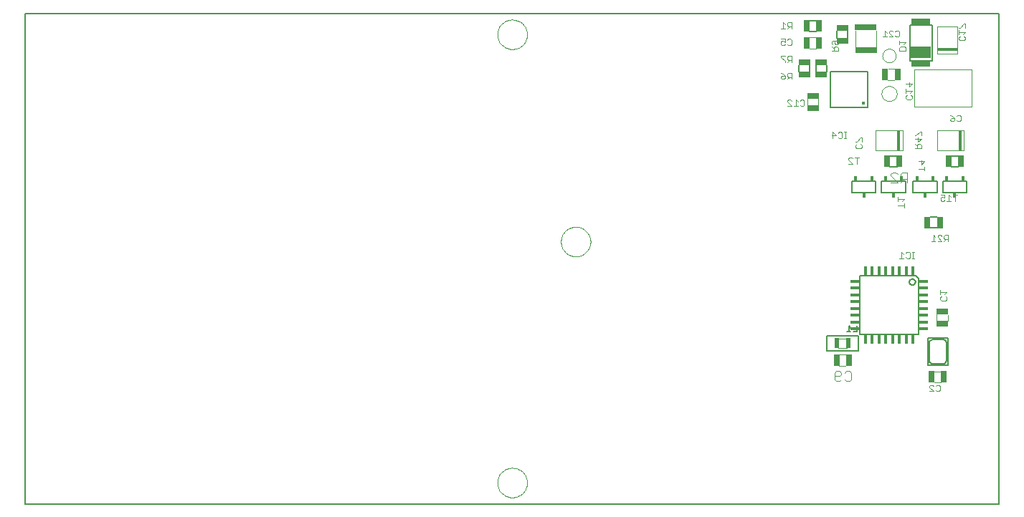
<source format=gbo>
G75*
G70*
%OFA0B0*%
%FSLAX24Y24*%
%IPPOS*%
%LPD*%
%AMOC8*
5,1,8,0,0,1.08239X$1,22.5*
%
%ADD10C,0.0079*%
%ADD11C,0.0000*%
%ADD12C,0.0040*%
%ADD13R,0.0295X0.0571*%
%ADD14C,0.0030*%
%ADD15C,0.0050*%
%ADD16C,0.0176*%
%ADD17R,0.0571X0.0295*%
%ADD18C,0.0060*%
%ADD19R,0.0256X0.0551*%
%ADD20R,0.0551X0.0256*%
%ADD21C,0.0004*%
%ADD22C,0.0080*%
%ADD23R,0.0866X0.0256*%
%ADD24R,0.0965X0.0266*%
%ADD25R,0.0472X0.0049*%
%ADD26R,0.0965X0.0118*%
%ADD27R,0.1024X0.0295*%
%ADD28R,0.0390X0.0180*%
%ADD29R,0.0180X0.0390*%
%ADD30R,0.0180X0.0230*%
%ADD31R,0.0049X0.0472*%
%ADD32R,0.0118X0.0965*%
%ADD33R,0.0234X0.0512*%
%ADD34R,0.0230X0.0512*%
D10*
X000139Y000160D02*
X000139Y022995D01*
X045415Y022995D01*
X045415Y000160D01*
X000139Y000160D01*
D11*
X022088Y001144D02*
X022090Y001196D01*
X022096Y001248D01*
X022106Y001299D01*
X022119Y001349D01*
X022137Y001399D01*
X022158Y001446D01*
X022182Y001492D01*
X022211Y001536D01*
X022242Y001578D01*
X022276Y001617D01*
X022313Y001654D01*
X022353Y001687D01*
X022396Y001718D01*
X022440Y001745D01*
X022486Y001769D01*
X022535Y001789D01*
X022584Y001805D01*
X022635Y001818D01*
X022686Y001827D01*
X022738Y001832D01*
X022790Y001833D01*
X022842Y001830D01*
X022894Y001823D01*
X022945Y001812D01*
X022995Y001798D01*
X023044Y001779D01*
X023091Y001757D01*
X023136Y001732D01*
X023180Y001703D01*
X023221Y001671D01*
X023260Y001636D01*
X023295Y001598D01*
X023328Y001557D01*
X023358Y001515D01*
X023384Y001470D01*
X023407Y001423D01*
X023426Y001374D01*
X023442Y001324D01*
X023454Y001274D01*
X023462Y001222D01*
X023466Y001170D01*
X023466Y001118D01*
X023462Y001066D01*
X023454Y001014D01*
X023442Y000964D01*
X023426Y000914D01*
X023407Y000865D01*
X023384Y000818D01*
X023358Y000773D01*
X023328Y000731D01*
X023295Y000690D01*
X023260Y000652D01*
X023221Y000617D01*
X023180Y000585D01*
X023136Y000556D01*
X023091Y000531D01*
X023044Y000509D01*
X022995Y000490D01*
X022945Y000476D01*
X022894Y000465D01*
X022842Y000458D01*
X022790Y000455D01*
X022738Y000456D01*
X022686Y000461D01*
X022635Y000470D01*
X022584Y000483D01*
X022535Y000499D01*
X022486Y000519D01*
X022440Y000543D01*
X022396Y000570D01*
X022353Y000601D01*
X022313Y000634D01*
X022276Y000671D01*
X022242Y000710D01*
X022211Y000752D01*
X022182Y000796D01*
X022158Y000842D01*
X022137Y000889D01*
X022119Y000939D01*
X022106Y000989D01*
X022096Y001040D01*
X022090Y001092D01*
X022088Y001144D01*
X025041Y012365D02*
X025043Y012417D01*
X025049Y012469D01*
X025059Y012520D01*
X025072Y012570D01*
X025090Y012620D01*
X025111Y012667D01*
X025135Y012713D01*
X025164Y012757D01*
X025195Y012799D01*
X025229Y012838D01*
X025266Y012875D01*
X025306Y012908D01*
X025349Y012939D01*
X025393Y012966D01*
X025439Y012990D01*
X025488Y013010D01*
X025537Y013026D01*
X025588Y013039D01*
X025639Y013048D01*
X025691Y013053D01*
X025743Y013054D01*
X025795Y013051D01*
X025847Y013044D01*
X025898Y013033D01*
X025948Y013019D01*
X025997Y013000D01*
X026044Y012978D01*
X026089Y012953D01*
X026133Y012924D01*
X026174Y012892D01*
X026213Y012857D01*
X026248Y012819D01*
X026281Y012778D01*
X026311Y012736D01*
X026337Y012691D01*
X026360Y012644D01*
X026379Y012595D01*
X026395Y012545D01*
X026407Y012495D01*
X026415Y012443D01*
X026419Y012391D01*
X026419Y012339D01*
X026415Y012287D01*
X026407Y012235D01*
X026395Y012185D01*
X026379Y012135D01*
X026360Y012086D01*
X026337Y012039D01*
X026311Y011994D01*
X026281Y011952D01*
X026248Y011911D01*
X026213Y011873D01*
X026174Y011838D01*
X026133Y011806D01*
X026089Y011777D01*
X026044Y011752D01*
X025997Y011730D01*
X025948Y011711D01*
X025898Y011697D01*
X025847Y011686D01*
X025795Y011679D01*
X025743Y011676D01*
X025691Y011677D01*
X025639Y011682D01*
X025588Y011691D01*
X025537Y011704D01*
X025488Y011720D01*
X025439Y011740D01*
X025393Y011764D01*
X025349Y011791D01*
X025306Y011822D01*
X025266Y011855D01*
X025229Y011892D01*
X025195Y011931D01*
X025164Y011973D01*
X025135Y012017D01*
X025111Y012063D01*
X025090Y012110D01*
X025072Y012160D01*
X025059Y012210D01*
X025049Y012261D01*
X025043Y012313D01*
X025041Y012365D01*
X039943Y019254D02*
X039945Y019291D01*
X039951Y019328D01*
X039960Y019363D01*
X039974Y019398D01*
X039990Y019431D01*
X040011Y019462D01*
X040034Y019491D01*
X040060Y019517D01*
X040089Y019540D01*
X040120Y019561D01*
X040153Y019577D01*
X040188Y019591D01*
X040223Y019600D01*
X040260Y019606D01*
X040297Y019608D01*
X040334Y019606D01*
X040371Y019600D01*
X040406Y019591D01*
X040441Y019577D01*
X040474Y019561D01*
X040505Y019540D01*
X040534Y019517D01*
X040560Y019491D01*
X040583Y019462D01*
X040604Y019431D01*
X040620Y019398D01*
X040634Y019363D01*
X040643Y019328D01*
X040649Y019291D01*
X040651Y019254D01*
X040649Y019217D01*
X040643Y019180D01*
X040634Y019145D01*
X040620Y019110D01*
X040604Y019077D01*
X040583Y019046D01*
X040560Y019017D01*
X040534Y018991D01*
X040505Y018968D01*
X040474Y018947D01*
X040441Y018931D01*
X040406Y018917D01*
X040371Y018908D01*
X040334Y018902D01*
X040297Y018900D01*
X040260Y018902D01*
X040223Y018908D01*
X040188Y018917D01*
X040153Y018931D01*
X040120Y018947D01*
X040089Y018968D01*
X040060Y018991D01*
X040034Y019017D01*
X040011Y019046D01*
X039990Y019077D01*
X039974Y019110D01*
X039960Y019145D01*
X039951Y019180D01*
X039945Y019217D01*
X039943Y019254D01*
X039982Y021026D02*
X039984Y021061D01*
X039990Y021096D01*
X040000Y021130D01*
X040013Y021163D01*
X040030Y021194D01*
X040051Y021222D01*
X040074Y021249D01*
X040101Y021272D01*
X040129Y021293D01*
X040160Y021310D01*
X040193Y021323D01*
X040227Y021333D01*
X040262Y021339D01*
X040297Y021341D01*
X040332Y021339D01*
X040367Y021333D01*
X040401Y021323D01*
X040434Y021310D01*
X040465Y021293D01*
X040493Y021272D01*
X040520Y021249D01*
X040543Y021222D01*
X040564Y021194D01*
X040581Y021163D01*
X040594Y021130D01*
X040604Y021096D01*
X040610Y021061D01*
X040612Y021026D01*
X040610Y020991D01*
X040604Y020956D01*
X040594Y020922D01*
X040581Y020889D01*
X040564Y020858D01*
X040543Y020830D01*
X040520Y020803D01*
X040493Y020780D01*
X040465Y020759D01*
X040434Y020742D01*
X040401Y020729D01*
X040367Y020719D01*
X040332Y020713D01*
X040297Y020711D01*
X040262Y020713D01*
X040227Y020719D01*
X040193Y020729D01*
X040160Y020742D01*
X040129Y020759D01*
X040101Y020780D01*
X040074Y020803D01*
X040051Y020830D01*
X040030Y020858D01*
X040013Y020889D01*
X040000Y020922D01*
X039990Y020956D01*
X039984Y020991D01*
X039982Y021026D01*
X022088Y022010D02*
X022090Y022062D01*
X022096Y022114D01*
X022106Y022165D01*
X022119Y022215D01*
X022137Y022265D01*
X022158Y022312D01*
X022182Y022358D01*
X022211Y022402D01*
X022242Y022444D01*
X022276Y022483D01*
X022313Y022520D01*
X022353Y022553D01*
X022396Y022584D01*
X022440Y022611D01*
X022486Y022635D01*
X022535Y022655D01*
X022584Y022671D01*
X022635Y022684D01*
X022686Y022693D01*
X022738Y022698D01*
X022790Y022699D01*
X022842Y022696D01*
X022894Y022689D01*
X022945Y022678D01*
X022995Y022664D01*
X023044Y022645D01*
X023091Y022623D01*
X023136Y022598D01*
X023180Y022569D01*
X023221Y022537D01*
X023260Y022502D01*
X023295Y022464D01*
X023328Y022423D01*
X023358Y022381D01*
X023384Y022336D01*
X023407Y022289D01*
X023426Y022240D01*
X023442Y022190D01*
X023454Y022140D01*
X023462Y022088D01*
X023466Y022036D01*
X023466Y021984D01*
X023462Y021932D01*
X023454Y021880D01*
X023442Y021830D01*
X023426Y021780D01*
X023407Y021731D01*
X023384Y021684D01*
X023358Y021639D01*
X023328Y021597D01*
X023295Y021556D01*
X023260Y021518D01*
X023221Y021483D01*
X023180Y021451D01*
X023136Y021422D01*
X023091Y021397D01*
X023044Y021375D01*
X022995Y021356D01*
X022945Y021342D01*
X022894Y021331D01*
X022842Y021324D01*
X022790Y021321D01*
X022738Y021322D01*
X022686Y021327D01*
X022635Y021336D01*
X022584Y021349D01*
X022535Y021365D01*
X022486Y021385D01*
X022440Y021409D01*
X022396Y021436D01*
X022353Y021467D01*
X022313Y021500D01*
X022276Y021537D01*
X022242Y021576D01*
X022211Y021618D01*
X022182Y021662D01*
X022158Y021708D01*
X022137Y021755D01*
X022119Y021805D01*
X022106Y021855D01*
X022096Y021906D01*
X022090Y021958D01*
X022088Y022010D01*
D12*
X036604Y021877D02*
X036904Y021877D01*
X036894Y021357D02*
X036604Y021357D01*
X038724Y021434D02*
X038724Y022194D01*
X039704Y022194D02*
X039704Y021434D01*
X040255Y020400D02*
X040545Y020400D01*
X040545Y019880D02*
X040245Y019880D01*
X042535Y021121D02*
X043480Y021121D01*
X043480Y022380D01*
X042535Y022380D01*
X042535Y021121D01*
X037013Y019001D02*
X037013Y018711D01*
X036494Y018711D02*
X036494Y019011D01*
X039667Y017562D02*
X039667Y016617D01*
X040927Y016617D01*
X040927Y017562D01*
X039667Y017562D01*
X042521Y017562D02*
X042521Y016617D01*
X043781Y016617D01*
X043781Y017562D01*
X042521Y017562D01*
X041144Y015585D02*
X040914Y015585D01*
X040838Y015509D01*
X040838Y015355D01*
X040914Y015278D01*
X041144Y015278D01*
X040991Y015278D02*
X040838Y015125D01*
X040684Y015125D02*
X040377Y015432D01*
X040377Y015509D01*
X040454Y015585D01*
X040607Y015585D01*
X040684Y015509D01*
X041144Y015585D02*
X041144Y015125D01*
X040684Y015125D02*
X040377Y015125D01*
X042498Y008971D02*
X042498Y008671D01*
X043017Y008671D02*
X043017Y008962D01*
X038332Y007851D02*
X037931Y007851D01*
X037931Y007430D02*
X038332Y007430D01*
X038281Y007113D02*
X037991Y007113D01*
X037981Y006593D02*
X038281Y006593D01*
X038302Y006333D02*
X038456Y006333D01*
X038532Y006257D01*
X038532Y005950D01*
X038456Y005873D01*
X038302Y005873D01*
X038225Y005950D01*
X038072Y005950D02*
X037995Y005873D01*
X037842Y005873D01*
X037765Y005950D01*
X037765Y006257D01*
X037842Y006333D01*
X037995Y006333D01*
X038072Y006257D01*
X038072Y006180D01*
X037995Y006103D01*
X037765Y006103D01*
X038225Y006257D02*
X038302Y006333D01*
X042411Y006325D02*
X042711Y006325D01*
X042701Y005806D02*
X042411Y005806D01*
D13*
X042273Y006066D03*
X042843Y006066D03*
X038419Y006852D03*
X037849Y006852D03*
X040113Y020140D03*
X040683Y020140D03*
X037036Y021617D03*
X036466Y021617D03*
D14*
X035753Y021557D02*
X035705Y021509D01*
X035608Y021509D01*
X035560Y021557D01*
X035458Y021557D02*
X035410Y021509D01*
X035313Y021509D01*
X035265Y021557D01*
X035265Y021654D01*
X035313Y021702D01*
X035362Y021702D01*
X035458Y021654D01*
X035458Y021799D01*
X035265Y021799D01*
X035560Y021750D02*
X035608Y021799D01*
X035705Y021799D01*
X035753Y021750D01*
X035753Y021557D01*
X035753Y021011D02*
X035608Y021011D01*
X035560Y020963D01*
X035560Y020866D01*
X035608Y020818D01*
X035753Y020818D01*
X035656Y020818D02*
X035560Y020721D01*
X035458Y020721D02*
X035458Y020770D01*
X035265Y020963D01*
X035265Y021011D01*
X035458Y021011D01*
X035753Y021011D02*
X035753Y020721D01*
X035753Y020224D02*
X035608Y020224D01*
X035560Y020176D01*
X035560Y020079D01*
X035608Y020030D01*
X035753Y020030D01*
X035753Y019934D02*
X035753Y020224D01*
X035656Y020030D02*
X035560Y019934D01*
X035458Y019982D02*
X035410Y019934D01*
X035313Y019934D01*
X035265Y019982D01*
X035265Y020030D01*
X035313Y020079D01*
X035458Y020079D01*
X035458Y019982D01*
X035458Y020079D02*
X035362Y020176D01*
X035265Y020224D01*
X035610Y018969D02*
X035707Y018969D01*
X035756Y018921D01*
X035610Y018969D02*
X035562Y018921D01*
X035562Y018872D01*
X035756Y018679D01*
X035562Y018679D01*
X035857Y018679D02*
X036050Y018679D01*
X035953Y018679D02*
X035953Y018969D01*
X036050Y018872D01*
X036151Y018921D02*
X036200Y018969D01*
X036296Y018969D01*
X036345Y018921D01*
X036345Y018727D01*
X036296Y018679D01*
X036200Y018679D01*
X036151Y018727D01*
X037675Y017468D02*
X037821Y017323D01*
X037627Y017323D01*
X037675Y017178D02*
X037675Y017468D01*
X037922Y017420D02*
X037970Y017468D01*
X038067Y017468D01*
X038115Y017420D01*
X038115Y017226D01*
X038067Y017178D01*
X037970Y017178D01*
X037922Y017226D01*
X038215Y017178D02*
X038312Y017178D01*
X038263Y017178D02*
X038263Y017468D01*
X038215Y017468D02*
X038312Y017468D01*
X038737Y017005D02*
X038785Y017005D01*
X038979Y017199D01*
X039027Y017199D01*
X039027Y017005D01*
X038979Y016904D02*
X039027Y016856D01*
X039027Y016759D01*
X038979Y016710D01*
X038785Y016710D01*
X038737Y016759D01*
X038737Y016856D01*
X038785Y016904D01*
X038806Y016287D02*
X038806Y015997D01*
X038608Y015997D02*
X038415Y016190D01*
X038415Y016239D01*
X038463Y016287D01*
X038560Y016287D01*
X038608Y016239D01*
X038709Y016287D02*
X038903Y016287D01*
X038608Y015997D02*
X038415Y015997D01*
X040706Y014443D02*
X040706Y014249D01*
X040706Y014346D02*
X040996Y014346D01*
X040899Y014249D01*
X040996Y014148D02*
X040996Y013955D01*
X040996Y014051D02*
X040706Y014051D01*
X042684Y014311D02*
X042733Y014262D01*
X042829Y014262D01*
X042878Y014311D01*
X042878Y014408D02*
X042781Y014456D01*
X042733Y014456D01*
X042684Y014408D01*
X042684Y014311D01*
X042878Y014408D02*
X042878Y014553D01*
X042684Y014553D01*
X043076Y014553D02*
X043076Y014262D01*
X043172Y014262D02*
X042979Y014262D01*
X043172Y014456D02*
X043076Y014553D01*
X043273Y014553D02*
X043467Y014553D01*
X043370Y014553D02*
X043370Y014262D01*
X041943Y015665D02*
X041943Y015859D01*
X041943Y015762D02*
X041652Y015762D01*
X041798Y015960D02*
X041798Y016153D01*
X041943Y016105D02*
X041652Y016105D01*
X041798Y015960D02*
X041943Y016105D01*
X041783Y016710D02*
X041493Y016710D01*
X041590Y016710D02*
X041590Y016856D01*
X041638Y016904D01*
X041735Y016904D01*
X041783Y016856D01*
X041783Y016710D01*
X041590Y016807D02*
X041493Y016904D01*
X041638Y017005D02*
X041638Y017199D01*
X041541Y017300D02*
X041493Y017300D01*
X041541Y017300D02*
X041735Y017493D01*
X041783Y017493D01*
X041783Y017300D01*
X041783Y017150D02*
X041638Y017005D01*
X041493Y017150D02*
X041783Y017150D01*
X043139Y018014D02*
X043139Y018062D01*
X043187Y018110D01*
X043332Y018110D01*
X043332Y018014D01*
X043284Y017965D01*
X043187Y017965D01*
X043139Y018014D01*
X043332Y018110D02*
X043236Y018207D01*
X043139Y018255D01*
X043434Y018207D02*
X043482Y018255D01*
X043579Y018255D01*
X043627Y018207D01*
X043627Y018014D01*
X043579Y017965D01*
X043482Y017965D01*
X043434Y018014D01*
X041363Y019038D02*
X041315Y018990D01*
X041121Y018990D01*
X041073Y019038D01*
X041073Y019135D01*
X041121Y019183D01*
X041073Y019285D02*
X041073Y019478D01*
X041073Y019381D02*
X041363Y019381D01*
X041266Y019285D01*
X041315Y019183D02*
X041363Y019135D01*
X041363Y019038D01*
X041218Y019579D02*
X041218Y019773D01*
X041363Y019724D02*
X041218Y019579D01*
X041073Y019724D02*
X041363Y019724D01*
X041069Y021239D02*
X040779Y021239D01*
X040779Y021384D01*
X040828Y021433D01*
X041021Y021433D01*
X041069Y021384D01*
X041069Y021239D01*
X040973Y021534D02*
X041069Y021631D01*
X040779Y021631D01*
X040779Y021727D02*
X040779Y021534D01*
X040724Y021902D02*
X040627Y021902D01*
X040579Y021951D01*
X040477Y021902D02*
X040284Y022096D01*
X040284Y022144D01*
X040332Y022192D01*
X040429Y022192D01*
X040477Y022144D01*
X040579Y022144D02*
X040627Y022192D01*
X040724Y022192D01*
X040772Y022144D01*
X040772Y021951D01*
X040724Y021902D01*
X040477Y021902D02*
X040284Y021902D01*
X040183Y021902D02*
X039989Y021902D01*
X040086Y021902D02*
X040086Y022192D01*
X040183Y022096D01*
X037920Y021679D02*
X037920Y021582D01*
X037872Y021534D01*
X037823Y021534D01*
X037775Y021582D01*
X037775Y021727D01*
X037872Y021727D02*
X037920Y021679D01*
X037872Y021727D02*
X037678Y021727D01*
X037630Y021679D01*
X037630Y021582D01*
X037678Y021534D01*
X037630Y021433D02*
X037726Y021336D01*
X037726Y021384D02*
X037726Y021239D01*
X037630Y021239D02*
X037920Y021239D01*
X037920Y021384D01*
X037872Y021433D01*
X037775Y021433D01*
X037726Y021384D01*
X035753Y022296D02*
X035753Y022586D01*
X035608Y022586D01*
X035560Y022538D01*
X035560Y022441D01*
X035608Y022393D01*
X035753Y022393D01*
X035656Y022393D02*
X035560Y022296D01*
X035458Y022296D02*
X035265Y022296D01*
X035362Y022296D02*
X035362Y022586D01*
X035458Y022489D01*
X043535Y022321D02*
X043584Y022321D01*
X043777Y022515D01*
X043825Y022515D01*
X043825Y022321D01*
X043825Y022123D02*
X043535Y022123D01*
X043535Y022027D02*
X043535Y022220D01*
X043729Y022027D02*
X043825Y022123D01*
X043777Y021925D02*
X043825Y021877D01*
X043825Y021780D01*
X043777Y021732D01*
X043584Y021732D01*
X043535Y021780D01*
X043535Y021877D01*
X043584Y021925D01*
X043038Y012670D02*
X042893Y012670D01*
X042844Y012622D01*
X042844Y012525D01*
X042893Y012476D01*
X043038Y012476D01*
X043038Y012380D02*
X043038Y012670D01*
X042941Y012476D02*
X042844Y012380D01*
X042743Y012380D02*
X042550Y012573D01*
X042550Y012622D01*
X042598Y012670D01*
X042695Y012670D01*
X042743Y012622D01*
X042743Y012380D02*
X042550Y012380D01*
X042448Y012380D02*
X042255Y012380D01*
X042352Y012380D02*
X042352Y012670D01*
X042448Y012573D01*
X041463Y011883D02*
X041366Y011883D01*
X041415Y011883D02*
X041415Y011592D01*
X041463Y011592D02*
X041366Y011592D01*
X041267Y011641D02*
X041218Y011592D01*
X041121Y011592D01*
X041073Y011641D01*
X040972Y011592D02*
X040778Y011592D01*
X040875Y011592D02*
X040875Y011883D01*
X040972Y011786D01*
X041073Y011834D02*
X041121Y011883D01*
X041218Y011883D01*
X041267Y011834D01*
X041267Y011641D01*
X042674Y010112D02*
X042674Y009918D01*
X042674Y010015D02*
X042964Y010015D01*
X042868Y009918D01*
X042916Y009817D02*
X042964Y009769D01*
X042964Y009672D01*
X042916Y009624D01*
X042722Y009624D01*
X042674Y009672D01*
X042674Y009769D01*
X042722Y009817D01*
X042604Y005690D02*
X042652Y005641D01*
X042652Y005448D01*
X042604Y005399D01*
X042507Y005399D01*
X042458Y005448D01*
X042357Y005399D02*
X042164Y005593D01*
X042164Y005641D01*
X042212Y005690D01*
X042309Y005690D01*
X042357Y005641D01*
X042458Y005641D02*
X042507Y005690D01*
X042604Y005690D01*
X042357Y005399D02*
X042164Y005399D01*
D15*
X042088Y006617D02*
X042088Y007877D01*
X043033Y007877D01*
X043033Y006617D01*
X042088Y006617D01*
X042167Y006820D02*
X042167Y007673D01*
X042169Y007693D01*
X042173Y007712D01*
X042181Y007730D01*
X042191Y007746D01*
X042204Y007761D01*
X042219Y007774D01*
X042235Y007784D01*
X042253Y007792D01*
X042272Y007796D01*
X042292Y007798D01*
X042829Y007798D01*
X042849Y007796D01*
X042868Y007792D01*
X042886Y007784D01*
X042902Y007774D01*
X042917Y007761D01*
X042930Y007746D01*
X042940Y007730D01*
X042948Y007712D01*
X042952Y007693D01*
X042954Y007673D01*
X042954Y006820D01*
X042952Y006800D01*
X042948Y006781D01*
X042940Y006763D01*
X042930Y006747D01*
X042917Y006732D01*
X042902Y006719D01*
X042886Y006709D01*
X042868Y006701D01*
X042849Y006697D01*
X042829Y006695D01*
X042292Y006695D01*
X042272Y006697D01*
X042253Y006701D01*
X042235Y006709D01*
X042219Y006719D01*
X042204Y006732D01*
X042191Y006747D01*
X042181Y006763D01*
X042173Y006781D01*
X042169Y006800D01*
X042167Y006820D01*
X042530Y014664D02*
X041410Y014664D01*
X041410Y015184D01*
X042530Y015184D01*
X042530Y014664D01*
X039676Y014664D02*
X038556Y014664D01*
X038556Y015184D01*
X039676Y015184D01*
X039676Y014664D01*
X039293Y018625D02*
X037561Y018625D01*
X037561Y020278D01*
X039293Y020278D01*
X039293Y018625D01*
D16*
X039096Y018821D03*
D17*
X036753Y018573D03*
X036753Y019143D03*
X042757Y009104D03*
X042757Y008534D03*
D18*
X041677Y008032D02*
X041677Y010652D01*
X041537Y010792D01*
X038917Y010792D01*
X038917Y008032D01*
X041677Y008032D01*
X038801Y008170D02*
X038628Y008170D01*
X038507Y008170D02*
X038333Y008170D01*
X038420Y008170D02*
X038420Y008431D01*
X038507Y008344D01*
X038801Y008431D02*
X038801Y008170D01*
X041236Y010492D02*
X041238Y010515D01*
X041244Y010538D01*
X041253Y010559D01*
X041266Y010579D01*
X041282Y010596D01*
X041300Y010610D01*
X041320Y010621D01*
X041342Y010629D01*
X041365Y010633D01*
X041389Y010633D01*
X041412Y010629D01*
X041434Y010621D01*
X041454Y010610D01*
X041472Y010596D01*
X041488Y010579D01*
X041501Y010559D01*
X041510Y010538D01*
X041516Y010515D01*
X041518Y010492D01*
X041516Y010469D01*
X041510Y010446D01*
X041501Y010425D01*
X041488Y010405D01*
X041472Y010388D01*
X041454Y010374D01*
X041434Y010363D01*
X041412Y010355D01*
X041389Y010351D01*
X041365Y010351D01*
X041342Y010355D01*
X041320Y010363D01*
X041300Y010374D01*
X041282Y010388D01*
X041266Y010405D01*
X041253Y010425D01*
X041244Y010446D01*
X041238Y010469D01*
X041236Y010492D01*
X042202Y013001D02*
X042525Y013001D01*
X042525Y013501D02*
X042202Y013501D01*
X042788Y014664D02*
X043008Y014664D01*
X042788Y014664D02*
X042788Y014984D01*
X042788Y015184D02*
X042788Y014664D01*
X043908Y014664D01*
X043908Y014984D01*
X043908Y015184D02*
X042788Y015184D01*
X043187Y015855D02*
X043509Y015855D01*
X043509Y016355D02*
X043187Y016355D01*
X043908Y015184D02*
X043908Y014664D01*
X043688Y014664D01*
X041054Y014664D02*
X041054Y014984D01*
X041054Y015184D02*
X039934Y015184D01*
X039934Y014664D01*
X040154Y014664D01*
X039934Y014664D02*
X039934Y014984D01*
X039934Y014664D02*
X041054Y014664D01*
X040834Y014664D01*
X041054Y014664D02*
X041054Y015184D01*
X040655Y015855D02*
X040332Y015855D01*
X040332Y016355D02*
X040655Y016355D01*
X037397Y020274D02*
X037397Y020597D01*
X036897Y020597D02*
X036897Y020274D01*
X036610Y020274D02*
X036610Y020597D01*
X036110Y020597D02*
X036110Y020274D01*
X037881Y021849D02*
X037881Y022172D01*
X038381Y022172D02*
X038381Y021849D01*
X036915Y022154D02*
X036592Y022154D01*
X036592Y022654D02*
X036915Y022654D01*
D19*
X037046Y022405D03*
X036466Y022405D03*
X040202Y016104D03*
X040782Y016104D03*
X043056Y016104D03*
X043636Y016104D03*
X042656Y013251D03*
X042076Y013251D03*
D20*
X037147Y020148D03*
X037147Y020728D03*
X036359Y020728D03*
X036359Y020148D03*
X038131Y021722D03*
X038131Y022302D03*
D21*
X041462Y020388D02*
X041462Y018656D01*
X044139Y018656D01*
X044139Y020388D01*
X041462Y020388D01*
D22*
X041261Y020770D02*
X042285Y020770D01*
X042285Y022463D01*
X041261Y022463D01*
X041261Y020770D01*
X041261Y021209D02*
X041261Y022020D01*
X042285Y022020D02*
X042285Y021209D01*
X038861Y007990D02*
X037401Y007990D01*
X037401Y007290D01*
X038861Y007290D01*
X038861Y007990D01*
D23*
X041773Y020632D03*
X041773Y022601D03*
D24*
X041773Y021330D03*
X041773Y021061D03*
D25*
X043007Y021086D03*
X043007Y022415D03*
D26*
X043007Y021317D03*
D27*
X039216Y021291D03*
X039212Y022336D03*
D28*
X038702Y010514D03*
X038702Y010199D03*
X038702Y009884D03*
X038702Y009569D03*
X038702Y009254D03*
X038702Y008940D03*
X038702Y008625D03*
X038702Y008310D03*
X041892Y008310D03*
X041892Y008625D03*
X041892Y008940D03*
X041892Y009254D03*
X041892Y009569D03*
X041892Y009884D03*
X041892Y010199D03*
X041892Y010514D03*
D29*
X041399Y011007D03*
X041084Y011007D03*
X040769Y011007D03*
X040454Y011007D03*
X040139Y011007D03*
X039824Y011007D03*
X039509Y011007D03*
X039194Y011007D03*
X039194Y007817D03*
X039509Y007817D03*
X039824Y007817D03*
X040139Y007817D03*
X040454Y007817D03*
X040769Y007817D03*
X041084Y007817D03*
X041399Y007817D03*
D30*
X041970Y014529D03*
X041600Y015319D03*
X040864Y015319D03*
X040124Y015319D03*
X039486Y015319D03*
X038746Y015319D03*
X039116Y014529D03*
X040494Y014529D03*
X042340Y015319D03*
X042978Y015319D03*
X043718Y015319D03*
X043348Y014529D03*
D31*
X043816Y017089D03*
X042487Y017089D03*
X040961Y017089D03*
X039632Y017089D03*
D32*
X040730Y017089D03*
X043584Y017089D03*
D33*
X037855Y007640D03*
D34*
X038410Y007640D03*
M02*

</source>
